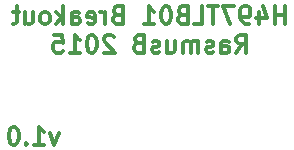
<source format=gbs>
G04 #@! TF.FileFunction,Soldermask,Bot*
%FSLAX46Y46*%
G04 Gerber Fmt 4.6, Leading zero omitted, Abs format (unit mm)*
G04 Created by KiCad (PCBNEW 0.201502211246+5439~21~ubuntu14.04.1-product) date lör 21 feb 2015 23:28:31*
%MOMM*%
G01*
G04 APERTURE LIST*
%ADD10C,0.100000*%
%ADD11C,0.300000*%
G04 APERTURE END LIST*
D10*
D11*
X129249999Y-52428571D02*
X128892856Y-53428571D01*
X128535714Y-52428571D01*
X127178571Y-53428571D02*
X128035714Y-53428571D01*
X127607142Y-53428571D02*
X127607142Y-51928571D01*
X127749999Y-52142857D01*
X127892857Y-52285714D01*
X128035714Y-52357143D01*
X126535714Y-53285714D02*
X126464286Y-53357143D01*
X126535714Y-53428571D01*
X126607143Y-53357143D01*
X126535714Y-53285714D01*
X126535714Y-53428571D01*
X125535714Y-51928571D02*
X125392857Y-51928571D01*
X125250000Y-52000000D01*
X125178571Y-52071429D01*
X125107142Y-52214286D01*
X125035714Y-52500000D01*
X125035714Y-52857143D01*
X125107142Y-53142857D01*
X125178571Y-53285714D01*
X125250000Y-53357143D01*
X125392857Y-53428571D01*
X125535714Y-53428571D01*
X125678571Y-53357143D01*
X125750000Y-53285714D01*
X125821428Y-53142857D01*
X125892857Y-52857143D01*
X125892857Y-52500000D01*
X125821428Y-52214286D01*
X125750000Y-52071429D01*
X125678571Y-52000000D01*
X125535714Y-51928571D01*
X148428570Y-43228571D02*
X148428570Y-41728571D01*
X148428570Y-42442857D02*
X147571427Y-42442857D01*
X147571427Y-43228571D02*
X147571427Y-41728571D01*
X146214284Y-42228571D02*
X146214284Y-43228571D01*
X146571427Y-41657143D02*
X146928570Y-42728571D01*
X145999998Y-42728571D01*
X145357142Y-43228571D02*
X145071427Y-43228571D01*
X144928570Y-43157143D01*
X144857142Y-43085714D01*
X144714284Y-42871429D01*
X144642856Y-42585714D01*
X144642856Y-42014286D01*
X144714284Y-41871429D01*
X144785713Y-41800000D01*
X144928570Y-41728571D01*
X145214284Y-41728571D01*
X145357142Y-41800000D01*
X145428570Y-41871429D01*
X145499999Y-42014286D01*
X145499999Y-42371429D01*
X145428570Y-42514286D01*
X145357142Y-42585714D01*
X145214284Y-42657143D01*
X144928570Y-42657143D01*
X144785713Y-42585714D01*
X144714284Y-42514286D01*
X144642856Y-42371429D01*
X144142856Y-41728571D02*
X143142856Y-41728571D01*
X143785713Y-43228571D01*
X142785714Y-41728571D02*
X141928571Y-41728571D01*
X142357142Y-43228571D02*
X142357142Y-41728571D01*
X140714285Y-43228571D02*
X141428571Y-43228571D01*
X141428571Y-41728571D01*
X139714285Y-42442857D02*
X139499999Y-42514286D01*
X139428571Y-42585714D01*
X139357142Y-42728571D01*
X139357142Y-42942857D01*
X139428571Y-43085714D01*
X139499999Y-43157143D01*
X139642857Y-43228571D01*
X140214285Y-43228571D01*
X140214285Y-41728571D01*
X139714285Y-41728571D01*
X139571428Y-41800000D01*
X139499999Y-41871429D01*
X139428571Y-42014286D01*
X139428571Y-42157143D01*
X139499999Y-42300000D01*
X139571428Y-42371429D01*
X139714285Y-42442857D01*
X140214285Y-42442857D01*
X138428571Y-41728571D02*
X138285714Y-41728571D01*
X138142857Y-41800000D01*
X138071428Y-41871429D01*
X137999999Y-42014286D01*
X137928571Y-42300000D01*
X137928571Y-42657143D01*
X137999999Y-42942857D01*
X138071428Y-43085714D01*
X138142857Y-43157143D01*
X138285714Y-43228571D01*
X138428571Y-43228571D01*
X138571428Y-43157143D01*
X138642857Y-43085714D01*
X138714285Y-42942857D01*
X138785714Y-42657143D01*
X138785714Y-42300000D01*
X138714285Y-42014286D01*
X138642857Y-41871429D01*
X138571428Y-41800000D01*
X138428571Y-41728571D01*
X136500000Y-43228571D02*
X137357143Y-43228571D01*
X136928571Y-43228571D02*
X136928571Y-41728571D01*
X137071428Y-41942857D01*
X137214286Y-42085714D01*
X137357143Y-42157143D01*
X134214286Y-42442857D02*
X134000000Y-42514286D01*
X133928572Y-42585714D01*
X133857143Y-42728571D01*
X133857143Y-42942857D01*
X133928572Y-43085714D01*
X134000000Y-43157143D01*
X134142858Y-43228571D01*
X134714286Y-43228571D01*
X134714286Y-41728571D01*
X134214286Y-41728571D01*
X134071429Y-41800000D01*
X134000000Y-41871429D01*
X133928572Y-42014286D01*
X133928572Y-42157143D01*
X134000000Y-42300000D01*
X134071429Y-42371429D01*
X134214286Y-42442857D01*
X134714286Y-42442857D01*
X133214286Y-43228571D02*
X133214286Y-42228571D01*
X133214286Y-42514286D02*
X133142858Y-42371429D01*
X133071429Y-42300000D01*
X132928572Y-42228571D01*
X132785715Y-42228571D01*
X131714287Y-43157143D02*
X131857144Y-43228571D01*
X132142858Y-43228571D01*
X132285715Y-43157143D01*
X132357144Y-43014286D01*
X132357144Y-42442857D01*
X132285715Y-42300000D01*
X132142858Y-42228571D01*
X131857144Y-42228571D01*
X131714287Y-42300000D01*
X131642858Y-42442857D01*
X131642858Y-42585714D01*
X132357144Y-42728571D01*
X130357144Y-43228571D02*
X130357144Y-42442857D01*
X130428573Y-42300000D01*
X130571430Y-42228571D01*
X130857144Y-42228571D01*
X131000001Y-42300000D01*
X130357144Y-43157143D02*
X130500001Y-43228571D01*
X130857144Y-43228571D01*
X131000001Y-43157143D01*
X131071430Y-43014286D01*
X131071430Y-42871429D01*
X131000001Y-42728571D01*
X130857144Y-42657143D01*
X130500001Y-42657143D01*
X130357144Y-42585714D01*
X129642858Y-43228571D02*
X129642858Y-41728571D01*
X129500001Y-42657143D02*
X129071430Y-43228571D01*
X129071430Y-42228571D02*
X129642858Y-42800000D01*
X128214286Y-43228571D02*
X128357144Y-43157143D01*
X128428572Y-43085714D01*
X128500001Y-42942857D01*
X128500001Y-42514286D01*
X128428572Y-42371429D01*
X128357144Y-42300000D01*
X128214286Y-42228571D01*
X128000001Y-42228571D01*
X127857144Y-42300000D01*
X127785715Y-42371429D01*
X127714286Y-42514286D01*
X127714286Y-42942857D01*
X127785715Y-43085714D01*
X127857144Y-43157143D01*
X128000001Y-43228571D01*
X128214286Y-43228571D01*
X126428572Y-42228571D02*
X126428572Y-43228571D01*
X127071429Y-42228571D02*
X127071429Y-43014286D01*
X127000001Y-43157143D01*
X126857143Y-43228571D01*
X126642858Y-43228571D01*
X126500001Y-43157143D01*
X126428572Y-43085714D01*
X125928572Y-42228571D02*
X125357143Y-42228571D01*
X125714286Y-41728571D02*
X125714286Y-43014286D01*
X125642858Y-43157143D01*
X125500000Y-43228571D01*
X125357143Y-43228571D01*
X144285713Y-45628571D02*
X144785713Y-44914286D01*
X145142856Y-45628571D02*
X145142856Y-44128571D01*
X144571428Y-44128571D01*
X144428570Y-44200000D01*
X144357142Y-44271429D01*
X144285713Y-44414286D01*
X144285713Y-44628571D01*
X144357142Y-44771429D01*
X144428570Y-44842857D01*
X144571428Y-44914286D01*
X145142856Y-44914286D01*
X142999999Y-45628571D02*
X142999999Y-44842857D01*
X143071428Y-44700000D01*
X143214285Y-44628571D01*
X143499999Y-44628571D01*
X143642856Y-44700000D01*
X142999999Y-45557143D02*
X143142856Y-45628571D01*
X143499999Y-45628571D01*
X143642856Y-45557143D01*
X143714285Y-45414286D01*
X143714285Y-45271429D01*
X143642856Y-45128571D01*
X143499999Y-45057143D01*
X143142856Y-45057143D01*
X142999999Y-44985714D01*
X142357142Y-45557143D02*
X142214285Y-45628571D01*
X141928570Y-45628571D01*
X141785713Y-45557143D01*
X141714285Y-45414286D01*
X141714285Y-45342857D01*
X141785713Y-45200000D01*
X141928570Y-45128571D01*
X142142856Y-45128571D01*
X142285713Y-45057143D01*
X142357142Y-44914286D01*
X142357142Y-44842857D01*
X142285713Y-44700000D01*
X142142856Y-44628571D01*
X141928570Y-44628571D01*
X141785713Y-44700000D01*
X141071427Y-45628571D02*
X141071427Y-44628571D01*
X141071427Y-44771429D02*
X140999999Y-44700000D01*
X140857141Y-44628571D01*
X140642856Y-44628571D01*
X140499999Y-44700000D01*
X140428570Y-44842857D01*
X140428570Y-45628571D01*
X140428570Y-44842857D02*
X140357141Y-44700000D01*
X140214284Y-44628571D01*
X139999999Y-44628571D01*
X139857141Y-44700000D01*
X139785713Y-44842857D01*
X139785713Y-45628571D01*
X138428570Y-44628571D02*
X138428570Y-45628571D01*
X139071427Y-44628571D02*
X139071427Y-45414286D01*
X138999999Y-45557143D01*
X138857141Y-45628571D01*
X138642856Y-45628571D01*
X138499999Y-45557143D01*
X138428570Y-45485714D01*
X137785713Y-45557143D02*
X137642856Y-45628571D01*
X137357141Y-45628571D01*
X137214284Y-45557143D01*
X137142856Y-45414286D01*
X137142856Y-45342857D01*
X137214284Y-45200000D01*
X137357141Y-45128571D01*
X137571427Y-45128571D01*
X137714284Y-45057143D01*
X137785713Y-44914286D01*
X137785713Y-44842857D01*
X137714284Y-44700000D01*
X137571427Y-44628571D01*
X137357141Y-44628571D01*
X137214284Y-44700000D01*
X135999998Y-44842857D02*
X135785712Y-44914286D01*
X135714284Y-44985714D01*
X135642855Y-45128571D01*
X135642855Y-45342857D01*
X135714284Y-45485714D01*
X135785712Y-45557143D01*
X135928570Y-45628571D01*
X136499998Y-45628571D01*
X136499998Y-44128571D01*
X135999998Y-44128571D01*
X135857141Y-44200000D01*
X135785712Y-44271429D01*
X135714284Y-44414286D01*
X135714284Y-44557143D01*
X135785712Y-44700000D01*
X135857141Y-44771429D01*
X135999998Y-44842857D01*
X136499998Y-44842857D01*
X133928570Y-44271429D02*
X133857141Y-44200000D01*
X133714284Y-44128571D01*
X133357141Y-44128571D01*
X133214284Y-44200000D01*
X133142855Y-44271429D01*
X133071427Y-44414286D01*
X133071427Y-44557143D01*
X133142855Y-44771429D01*
X133999998Y-45628571D01*
X133071427Y-45628571D01*
X132142856Y-44128571D02*
X131999999Y-44128571D01*
X131857142Y-44200000D01*
X131785713Y-44271429D01*
X131714284Y-44414286D01*
X131642856Y-44700000D01*
X131642856Y-45057143D01*
X131714284Y-45342857D01*
X131785713Y-45485714D01*
X131857142Y-45557143D01*
X131999999Y-45628571D01*
X132142856Y-45628571D01*
X132285713Y-45557143D01*
X132357142Y-45485714D01*
X132428570Y-45342857D01*
X132499999Y-45057143D01*
X132499999Y-44700000D01*
X132428570Y-44414286D01*
X132357142Y-44271429D01*
X132285713Y-44200000D01*
X132142856Y-44128571D01*
X130214285Y-45628571D02*
X131071428Y-45628571D01*
X130642856Y-45628571D02*
X130642856Y-44128571D01*
X130785713Y-44342857D01*
X130928571Y-44485714D01*
X131071428Y-44557143D01*
X128857142Y-44128571D02*
X129571428Y-44128571D01*
X129642857Y-44842857D01*
X129571428Y-44771429D01*
X129428571Y-44700000D01*
X129071428Y-44700000D01*
X128928571Y-44771429D01*
X128857142Y-44842857D01*
X128785714Y-44985714D01*
X128785714Y-45342857D01*
X128857142Y-45485714D01*
X128928571Y-45557143D01*
X129071428Y-45628571D01*
X129428571Y-45628571D01*
X129571428Y-45557143D01*
X129642857Y-45485714D01*
M02*

</source>
